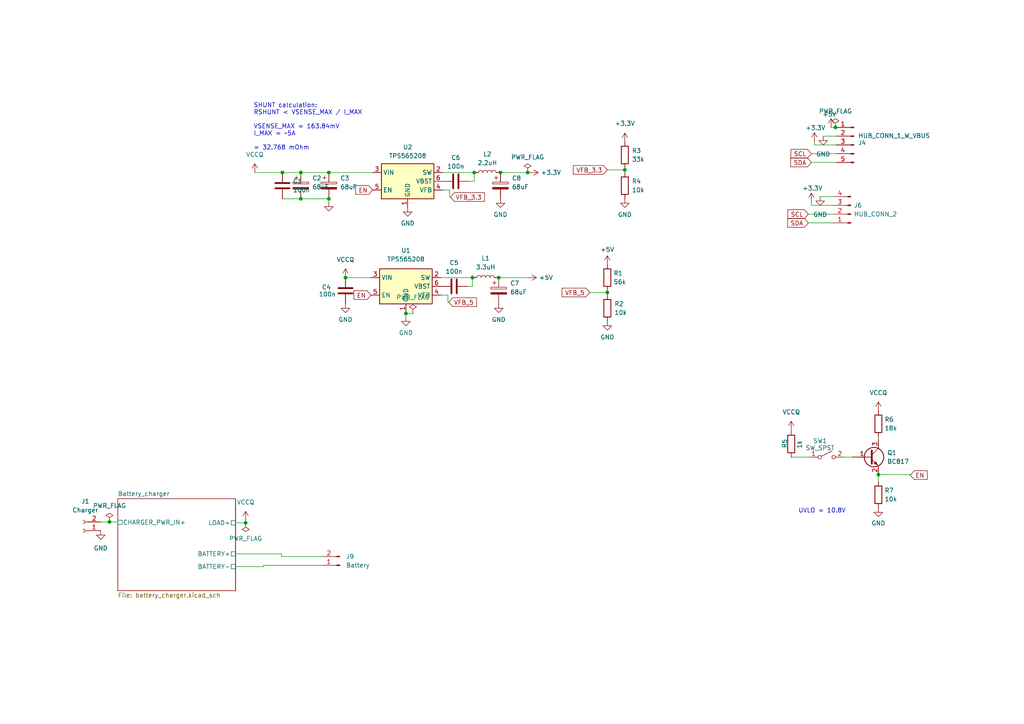
<source format=kicad_sch>
(kicad_sch (version 20230121) (generator eeschema)
  (paper "A4")
  (lib_symbols
    (symbol "Connector:Conn_01x02_Pin" (pin_names (offset 1.016) hide)
      (property "Reference" "J" (at 0 2.54 0))
      (property "Value" "Conn_01x02_Pin" (at 0 -5.08 0))
      (symbol "Conn_01x02_Pin_1_1"
        (polyline (pts (xy 1.27 -2.54) (xy 0.8636 -2.54)) (stroke (width 0.1524)))
        (polyline (pts (xy 1.27 0) (xy 0.8636 0)) (stroke (width 0.1524)))
        (rectangle (start 0.8636 -2.413) (end 0 -2.667) (stroke (width 0.1524)) (fill (type outline)))
        (rectangle (start 0.8636 0.127) (end 0 -0.127) (stroke (width 0.1524)) (fill (type outline)))
        (pin passive line (at 5.08 0 180) (length 3.81) (name "Pin_1") (number "1"))
        (pin passive line (at 5.08 -2.54 180) (length 3.81) (name "Pin_2") (number "2"))
      )
    )
    (symbol "Connector:Conn_01x02_Socket" (pin_names (offset 1.016) hide)
      (property "Reference" "J" (at 0 2.54 0))
      (property "Value" "Conn_01x02_Socket" (at 0 -5.08 0))
      (symbol "Conn_01x02_Socket_1_1"
        (arc (start 0 -2.032) (mid -0.5058 -2.54) (end 0 -3.048) (stroke (width 0.1524)))
        (polyline (pts (xy -1.27 -2.54) (xy -0.508 -2.54)) (stroke (width 0.1524)))
        (polyline (pts (xy -1.27 0) (xy -0.508 0)) (stroke (width 0.1524)))
        (arc (start 0 0.508) (mid -0.5058 0) (end 0 -0.508) (stroke (width 0.1524)))
        (pin passive line (at -5.08 0 0) (length 3.81) (name "Pin_1") (number "1"))
        (pin passive line (at -5.08 -2.54 0) (length 3.81) (name "Pin_2") (number "2"))
      )
    )
    (symbol "Connector:Conn_01x04_Pin" (pin_names (offset 1.016) hide)
      (property "Reference" "J" (at 0 5.08 0))
      (property "Value" "Conn_01x04_Pin" (at 0 -7.62 0))
      (symbol "Conn_01x04_Pin_1_1"
        (polyline (pts (xy 1.27 -5.08) (xy 0.8636 -5.08)) (stroke (width 0.1524)))
        (polyline (pts (xy 1.27 -2.54) (xy 0.8636 -2.54)) (stroke (width 0.1524)))
        (polyline (pts (xy 1.27 0) (xy 0.8636 0)) (stroke (width 0.1524)))
        (polyline (pts (xy 1.27 2.54) (xy 0.8636 2.54)) (stroke (width 0.1524)))
        (rectangle (start 0.8636 -4.953) (end 0 -5.207) (stroke (width 0.1524)) (fill (type outline)))
        (rectangle (start 0.8636 -2.413) (end 0 -2.667) (stroke (width 0.1524)) (fill (type outline)))
        (rectangle (start 0.8636 0.127) (end 0 -0.127) (stroke (width 0.1524)) (fill (type outline)))
        (rectangle (start 0.8636 2.667) (end 0 2.413) (stroke (width 0.1524)) (fill (type outline)))
        (pin passive line (at 5.08 2.54 180) (length 3.81) (name "Pin_1") (number "1"))
        (pin passive line (at 5.08 0 180) (length 3.81) (name "Pin_2") (number "2"))
        (pin passive line (at 5.08 -2.54 180) (length 3.81) (name "Pin_3") (number "3"))
        (pin passive line (at 5.08 -5.08 180) (length 3.81) (name "Pin_4") (number "4"))
      )
    )
    (symbol "Connector:Conn_01x05_Pin" (pin_names (offset 1.016) hide)
      (property "Reference" "J" (at 0 7.62 0))
      (property "Value" "Conn_01x05_Pin" (at 0 -7.62 0))
      (symbol "Conn_01x05_Pin_1_1"
        (polyline (pts (xy 1.27 -5.08) (xy 0.8636 -5.08)) (stroke (width 0.1524)))
        (polyline (pts (xy 1.27 -2.54) (xy 0.8636 -2.54)) (stroke (width 0.1524)))
        (polyline (pts (xy 1.27 0) (xy 0.8636 0)) (stroke (width 0.1524)))
        (polyline (pts (xy 1.27 2.54) (xy 0.8636 2.54)) (stroke (width 0.1524)))
        (polyline (pts (xy 1.27 5.08) (xy 0.8636 5.08)) (stroke (width 0.1524)))
        (rectangle (start 0.8636 -4.953) (end 0 -5.207) (stroke (width 0.1524)) (fill (type outline)))
        (rectangle (start 0.8636 -2.413) (end 0 -2.667) (stroke (width 0.1524)) (fill (type outline)))
        (rectangle (start 0.8636 0.127) (end 0 -0.127) (stroke (width 0.1524)) (fill (type outline)))
        (rectangle (start 0.8636 2.667) (end 0 2.413) (stroke (width 0.1524)) (fill (type outline)))
        (rectangle (start 0.8636 5.207) (end 0 4.953) (stroke (width 0.1524)) (fill (type outline)))
        (pin passive line (at 5.08 5.08 180) (length 3.81) (name "Pin_1") (number "1"))
        (pin passive line (at 5.08 2.54 180) (length 3.81) (name "Pin_2") (number "2"))
        (pin passive line (at 5.08 0 180) (length 3.81) (name "Pin_3") (number "3"))
        (pin passive line (at 5.08 -2.54 180) (length 3.81) (name "Pin_4") (number "4"))
        (pin passive line (at 5.08 -5.08 180) (length 3.81) (name "Pin_5") (number "5"))
      )
    )
    (symbol "Device:C" (pin_numbers hide) (pin_names (offset 0.254))
      (property "Reference" "C" (at 0.635 2.54 0))
      (property "Value" "C" (at 0.635 -2.54 0))
      (symbol "C_0_1"
        (polyline (pts (xy -2.032 -0.762) (xy 2.032 -0.762)) (stroke (width 0.508)))
        (polyline (pts (xy -2.032 0.762) (xy 2.032 0.762)) (stroke (width 0.508)))
      )
      (symbol "C_1_1"
        (pin passive line (at 0 3.81 270) (length 2.794) (name "~") (number "1"))
        (pin passive line (at 0 -3.81 90) (length 2.794) (name "~") (number "2"))
      )
    )
    (symbol "Device:C_Polarized" (pin_numbers hide) (pin_names (offset 0.254))
      (property "Reference" "C" (at 0.635 2.54 0))
      (property "Value" "C_Polarized" (at 0.635 -2.54 0))
      (symbol "C_Polarized_0_1"
        (rectangle (start -2.286 0.508) (end 2.286 1.016))
        (polyline (pts (xy -1.778 2.286) (xy -0.762 2.286)))
        (polyline (pts (xy -1.27 2.794) (xy -1.27 1.778)))
        (rectangle (start 2.286 -0.508) (end -2.286 -1.016) (fill (type outline)))
      )
      (symbol "C_Polarized_1_1"
        (pin passive line (at 0 3.81 270) (length 2.794) (name "~") (number "1"))
        (pin passive line (at 0 -3.81 90) (length 2.794) (name "~") (number "2"))
      )
    )
    (symbol "Device:L" (pin_numbers hide) (pin_names (offset 1.016) hide)
      (property "Reference" "L" (at -1.27 0 90))
      (property "Value" "L" (at 1.905 0 90))
      (symbol "L_0_1"
        (arc (start 0 -2.54) (mid 0.6323 -1.905) (end 0 -1.27))
        (arc (start 0 -1.27) (mid 0.6323 -0.635) (end 0 0))
        (arc (start 0 0) (mid 0.6323 0.635) (end 0 1.27))
        (arc (start 0 1.27) (mid 0.6323 1.905) (end 0 2.54))
      )
      (symbol "L_1_1"
        (pin passive line (at 0 3.81 270) (length 1.27) (name "1") (number "1"))
        (pin passive line (at 0 -3.81 90) (length 1.27) (name "2") (number "2"))
      )
    )
    (symbol "Device:R" (pin_numbers hide) (pin_names (offset 0))
      (property "Reference" "R" (at 2.032 0 90))
      (property "Value" "R" (at 0 0 90))
      (symbol "R_0_1"
        (rectangle (start -1.016 -2.54) (end 1.016 2.54) (stroke (width 0.254)))
      )
      (symbol "R_1_1"
        (pin passive line (at 0 3.81 270) (length 1.27) (name "~") (number "1"))
        (pin passive line (at 0 -3.81 90) (length 1.27) (name "~") (number "2"))
      )
    )
    (symbol "Regulator_Switching:TPS565208"
      (property "Reference" "U" (at -7.62 6.35 0))
      (property "Value" "TPS565208" (at -2.54 6.35 0))
      (symbol "TPS565208_0_1"
        (rectangle (start -7.62 5.08) (end 7.62 -5.08) (stroke (width 0.254)) (fill (type background)))
      )
      (symbol "TPS565208_1_1"
        (pin power_in line (at 0 -7.62 90) (length 2.54) (name "GND") (number "1"))
        (pin output line (at 10.16 2.54 180) (length 2.54) (name "SW") (number "2"))
        (pin power_in line (at -10.16 2.54 0) (length 2.54) (name "VIN") (number "3"))
        (pin input line (at 10.16 -2.54 180) (length 2.54) (name "VFB") (number "4"))
        (pin input line (at -10.16 -2.54 0) (length 2.54) (name "EN") (number "5"))
        (pin passive line (at 10.16 0 180) (length 2.54) (name "VBST") (number "6"))
      )
    )
    (symbol "Switch:SW_SPST" (pin_names (offset 0) hide)
      (property "Reference" "SW" (at 0 3.175 0))
      (property "Value" "SW_SPST" (at 0 -2.54 0))
      (symbol "SW_SPST_0_0"
        (circle (center -2.032 0) (radius 0.508))
        (polyline (pts (xy -1.524 0.254) (xy 1.524 1.778)))
        (circle (center 2.032 0) (radius 0.508))
      )
      (symbol "SW_SPST_1_1"
        (pin passive line (at -5.08 0 0) (length 2.54) (name "A") (number "1"))
        (pin passive line (at 5.08 0 180) (length 2.54) (name "B") (number "2"))
      )
    )
    (symbol "Transistor_BJT:BC817" (pin_names (offset 0) hide)
      (property "Reference" "Q" (at 5.08 1.905 0))
      (property "Value" "BC817" (at 5.08 0 0))
      (symbol "BC817_0_1"
        (polyline (pts (xy 0.635 0.635) (xy 2.54 2.54)))
        (polyline (pts (xy 0.635 -0.635) (xy 2.54 -2.54) (xy 2.54 -2.54)))
        (polyline (pts (xy 0.635 1.905) (xy 0.635 -1.905) (xy 0.635 -1.905)) (stroke (width 0.508)))
        (polyline (pts (xy 1.27 -1.778) (xy 1.778 -1.27) (xy 2.286 -2.286) (xy 1.27 -1.778) (xy 1.27 -1.778)) (fill (type outline)))
        (circle (center 1.27 0) (radius 2.8194) (stroke (width 0.254)))
      )
      (symbol "BC817_1_1"
        (pin input line (at -5.08 0 0) (length 5.715) (name "B") (number "1"))
        (pin passive line (at 2.54 -5.08 90) (length 2.54) (name "E") (number "2"))
        (pin passive line (at 2.54 5.08 270) (length 2.54) (name "C") (number "3"))
      )
    )
    (symbol "power:+3.3V" (power) (pin_names (offset 0))
      (property "Value" "+3.3V" (at 0 3.556 0))
      (symbol "+3.3V_0_1"
        (polyline (pts (xy -0.762 1.27) (xy 0 2.54)))
        (polyline (pts (xy 0 0) (xy 0 2.54)))
        (polyline (pts (xy 0 2.54) (xy 0.762 1.27)))
      )
      (symbol "+3.3V_1_1"
        (pin power_in line (at 0 0 90) (length 0) hide (name "+3.3V") (number "1"))
      )
    )
    (symbol "power:+5V" (power) (pin_names (offset 0))
      (property "Value" "+5V" (at 0 3.556 0))
      (symbol "+5V_0_1"
        (polyline (pts (xy -0.762 1.27) (xy 0 2.54)))
        (polyline (pts (xy 0 0) (xy 0 2.54)))
        (polyline (pts (xy 0 2.54) (xy 0.762 1.27)))
      )
      (symbol "+5V_1_1"
        (pin power_in line (at 0 0 90) (length 0) hide (name "+5V") (number "1"))
      )
    )
    (symbol "power:GND" (power) (pin_names (offset 0))
      (property "Value" "GND" (at 0 -3.81 0))
      (symbol "GND_0_1"
        (polyline (pts (xy 0 0) (xy 0 -1.27) (xy 1.27 -1.27) (xy 0 -2.54) (xy -1.27 -1.27) (xy 0 -1.27)))
      )
      (symbol "GND_1_1"
        (pin power_in line (at 0 0 270) (length 0) hide (name "GND") (number "1"))
      )
    )
    (symbol "power:PWR_FLAG" (power) (pin_numbers hide) (pin_names (offset 0) hide)
      (property "Value" "PWR_FLAG" (at 0 3.81 0))
      (symbol "PWR_FLAG_0_0"
        (pin power_out line (at 0 0 90) (length 0) (name "pwr") (number "1"))
      )
      (symbol "PWR_FLAG_0_1"
        (polyline (pts (xy 0 0) (xy 0 1.27) (xy -1.016 1.905) (xy 0 2.54) (xy 1.016 1.905) (xy 0 1.27)))
      )
    )
    (symbol "power:VCCQ" (power) (pin_names (offset 0))
      (property "Value" "VCCQ" (at 0 3.81 0))
      (symbol "VCCQ_0_1"
        (polyline (pts (xy -0.762 1.27) (xy 0 2.54)))
        (polyline (pts (xy 0 0) (xy 0 2.54)))
        (polyline (pts (xy 0 2.54) (xy 0.762 1.27)))
      )
      (symbol "VCCQ_1_1"
        (pin power_in line (at 0 0 90) (length 0) hide (name "VCCQ") (number "1"))
      )
    )
  )
  (junction (at 87.249 50.038))
  (junction (at 87.249 57.658))
  (junction (at 95.377 50.038))
  (junction (at 181.229 49.276))
  (junction (at 71.247 151.638))
  (junction (at 144.653 80.518))
  (junction (at 137.033 80.518))
  (junction (at 81.915 50.038))
  (junction (at 176.149 84.836))
  (junction (at 137.541 50.038))
  (junction (at 153.035 50.038))
  (junction (at 95.377 57.658))
  (junction (at 145.161 50.038))
  (junction (at 117.729 90.932))
  (junction (at 100.203 80.518))
  (junction (at 31.75 151.384))
  (junction (at 254.762 137.668))
  (junction (at 242.316 36.957))
  (wire (pts (xy 117.729 91.948) (xy 117.729 90.932)))
  (wire (pts (xy 81.661 160.655) (xy 68.326 160.655)))
  (wire (pts (xy 241.681 59.563) (xy 235.331 59.563)))
  (wire (pts (xy 171.069 84.836) (xy 176.149 84.836)))
  (wire (pts (xy 264.033 137.795) (xy 264.033 137.668)))
  (wire (pts (xy 236.22 42.037) (xy 236.22 41.021)))
  (wire (pts (xy 93.472 161.417) (xy 81.661 161.417)))
  (wire (pts (xy 95.377 57.658) (xy 95.377 58.674)))
  (wire (pts (xy 31.75 151.384) (xy 34.163 151.384)))
  (wire (pts (xy 229.489 124.714) (xy 229.489 124.968)))
  (wire (pts (xy 81.661 161.417) (xy 81.661 160.655)))
  (wire (pts (xy 137.033 83.058) (xy 137.033 80.518)))
  (wire (pts (xy 81.915 50.038) (xy 87.249 50.038)))
  (wire (pts (xy 242.57 44.577) (xy 235.331 44.577)))
  (wire (pts (xy 237.871 57.023) (xy 241.681 57.023)))
  (wire (pts (xy 76.454 164.338) (xy 68.326 164.338)))
  (wire (pts (xy 153.035 80.518) (xy 144.653 80.518)))
  (wire (pts (xy 129.921 87.63) (xy 129.921 85.598)))
  (wire (pts (xy 242.316 36.957) (xy 242.57 36.957)))
  (wire (pts (xy 81.915 57.658) (xy 87.249 57.658)))
  (wire (pts (xy 100.203 80.518) (xy 107.569 80.518)))
  (wire (pts (xy 264.033 137.668) (xy 254.762 137.668)))
  (wire (pts (xy 135.509 83.058) (xy 137.033 83.058)))
  (wire (pts (xy 73.914 50.038) (xy 81.915 50.038)))
  (wire (pts (xy 136.017 52.578) (xy 137.541 52.578)))
  (wire (pts (xy 128.397 50.038) (xy 137.541 50.038)))
  (wire (pts (xy 34.163 151.384) (xy 34.163 151.511)))
  (wire (pts (xy 235.331 59.563) (xy 235.331 58.547)))
  (wire (pts (xy 229.489 132.588) (xy 234.696 132.588)))
  (wire (pts (xy 176.149 49.276) (xy 181.229 49.276)))
  (wire (pts (xy 254.762 137.668) (xy 254.762 139.7)))
  (wire (pts (xy 176.149 84.328) (xy 176.149 84.836)))
  (wire (pts (xy 76.454 163.957) (xy 93.472 163.957)))
  (wire (pts (xy 242.57 42.037) (xy 236.22 42.037)))
  (wire (pts (xy 87.249 57.658) (xy 95.377 57.658)))
  (wire (pts (xy 234.442 64.643) (xy 241.681 64.643)))
  (wire (pts (xy 95.377 50.038) (xy 108.077 50.038)))
  (wire (pts (xy 130.429 57.15) (xy 130.429 55.118)))
  (wire (pts (xy 76.454 163.957) (xy 76.454 164.338)))
  (wire (pts (xy 137.541 52.578) (xy 137.541 50.038)))
  (wire (pts (xy 238.76 39.497) (xy 242.57 39.497)))
  (wire (pts (xy 247.142 132.588) (xy 244.856 132.588)))
  (wire (pts (xy 87.249 50.038) (xy 95.377 50.038)))
  (wire (pts (xy 129.921 87.63) (xy 130.175 87.63)))
  (wire (pts (xy 181.229 48.768) (xy 181.229 49.276)))
  (wire (pts (xy 68.326 151.638) (xy 71.247 151.638)))
  (wire (pts (xy 129.921 85.598) (xy 127.889 85.598)))
  (wire (pts (xy 117.729 90.932) (xy 117.729 90.678)))
  (wire (pts (xy 181.229 49.276) (xy 181.229 50.038)))
  (wire (pts (xy 130.429 57.15) (xy 130.683 57.15)))
  (wire (pts (xy 176.149 84.836) (xy 176.149 85.598)))
  (wire (pts (xy 130.429 55.118) (xy 128.397 55.118)))
  (wire (pts (xy 153.035 50.038) (xy 145.161 50.038)))
  (wire (pts (xy 241.046 36.957) (xy 242.316 36.957)))
  (wire (pts (xy 127.889 80.518) (xy 137.033 80.518)))
  (wire (pts (xy 241.681 62.103) (xy 234.442 62.103)))
  (wire (pts (xy 29.21 151.384) (xy 31.75 151.384)))
  (wire (pts (xy 235.331 47.117) (xy 242.57 47.117)))
  (wire (pts (xy 71.247 150.876) (xy 71.247 151.638)))
  (wire (pts (xy 254.762 127.508) (xy 254.762 126.746)))
  (wire (pts (xy 117.729 90.932) (xy 119.761 90.932)))
  (wire (pts (xy 153.543 50.038) (xy 153.035 50.038)))
  (text "UVLO = 10.8V" (at 231.521 148.971 0) (effects (font (size 1.27 1.27)) (justify left bottom)))
  (text "SHUNT calculation:\nRSHUNT < VSENSE_MAX / I_MAX\n\nVSENSE_MAX = 163.84mV\nI_MAX = ~5A\n\n= 32.768 mOhm" (at 73.533 43.688 0) (effects (font (size 1.27 1.27)) (justify left bottom)))
  (global_label "VFB_5" (shape input) (at 130.175 87.63 0) (property "Intersheetrefs" "${INTERSHEET_REFS}" (effects hide)))
  (global_label "SDA" (shape input) (at 235.331 47.117 180) (property "Intersheetrefs" "${INTERSHEET_REFS}" (effects hide)))
  (global_label "SDA" (shape input) (at 234.442 64.643 180) (property "Intersheetrefs" "${INTERSHEET_REFS}" (effects hide)))
  (global_label "EN" (shape input) (at 264.033 137.795 0) (property "Intersheetrefs" "${INTERSHEET_REFS}" (effects hide)))
  (global_label "EN" (shape input) (at 108.077 55.118 180) (property "Intersheetrefs" "${INTERSHEET_REFS}" (effects hide)))
  (global_label "VFB_3.3" (shape input) (at 176.149 49.276 180) (property "Intersheetrefs" "${INTERSHEET_REFS}" (effects hide)))
  (global_label "SCL" (shape input) (at 235.331 44.577 180) (property "Intersheetrefs" "${INTERSHEET_REFS}" (effects hide)))
  (global_label "SCL" (shape input) (at 234.442 62.103 180) (property "Intersheetrefs" "${INTERSHEET_REFS}" (effects hide)))
  (global_label "EN" (shape input) (at 107.569 85.598 180) (property "Intersheetrefs" "${INTERSHEET_REFS}" (effects hide)))
  (global_label "VFB_3.3" (shape input) (at 130.683 57.15 0) (property "Intersheetrefs" "${INTERSHEET_REFS}" (effects hide)))
  (global_label "VFB_5" (shape input) (at 171.069 84.836 180) (property "Intersheetrefs" "${INTERSHEET_REFS}" (effects hide)))
  (symbol (lib_id "power:+3.3V") (at 236.22 41.021 0) (unit 1)
    (property "Reference" "#PWR019" (effects hide))
    (property "Value" "+3.3V" (at 233.553 37.084 0) (effects (justify left)))
  )
  (symbol (lib_id "power:GND") (at 238.76 39.497 0) (unit 1)
    (property "Reference" "#PWR023" (effects hide))
    (property "Value" "GND" (at 238.76 44.704 0))
  )
  (symbol (lib_id "Device:R") (at 176.149 89.408 0) (unit 1)
    (property "Reference" "R2" (at 178.181 88.138 0) (effects (justify left)))
    (property "Value" "10k" (at 178.181 90.678 0) (effects (justify left)))
    (property "Footprint" "Resistor_SMD:R_0603_1608Metric_Pad0.98x0.95mm_HandSolder" (effects hide))
  )
  (symbol (lib_id "power:GND") (at 100.203 88.138 0) (unit 1)
    (property "Reference" "#PWR07" (effects hide))
    (property "Value" "GND" (at 100.203 92.71 0))
  )
  (symbol (lib_id "power:+3.3V") (at 153.543 50.038 270) (unit 1)
    (property "Reference" "#PWR013" (effects hide))
    (property "Value" "+3.3V" (at 156.845 50.038 90) (effects (justify left)))
  )
  (symbol (lib_id "power:GND") (at 145.161 57.658 0) (unit 1)
    (property "Reference" "#PWR011" (effects hide))
    (property "Value" "GND" (at 145.161 62.23 0))
  )
  (symbol (lib_id "power:+3.3V") (at 181.229 41.148 0) (unit 1)
    (property "Reference" "#PWR016" (effects hide))
    (property "Value" "+3.3V" (at 181.229 35.814 0))
  )
  (symbol (lib_id "Device:L") (at 141.351 50.038 90) (unit 1)
    (property "Reference" "L2" (at 141.351 44.704 90))
    (property "Value" "2.2uH" (at 141.351 47.244 90))
    (property "Footprint" "Inductor_SMD:L_Abracon_ASPI-0630LR" (effects hide))
  )
  (symbol (lib_id "power:VCCQ") (at 100.203 80.518 0) (unit 1)
    (property "Reference" "#PWR06" (effects hide))
    (property "Value" "VCCQ" (at 100.203 75.311 0))
  )
  (symbol (lib_id "Connector:Conn_01x02_Pin") (at 98.552 163.957 180) (unit 1)
    (property "Reference" "J9" (at 100.33 161.417 0) (effects (justify right)))
    (property "Value" "Battery" (at 100.33 163.957 0) (effects (justify right)))
    (property "Footprint" "PowerHub_libs:1814773" (effects hide))
  )
  (symbol (lib_id "Device:R") (at 254.762 143.51 0) (unit 1)
    (property "Reference" "R7" (at 256.54 142.24 0) (effects (justify left)))
    (property "Value" "10k" (at 256.54 144.78 0) (effects (justify left)))
    (property "Footprint" "Resistor_SMD:R_0603_1608Metric_Pad0.98x0.95mm_HandSolder" (effects hide))
  )
  (symbol (lib_id "Connector:Conn_01x02_Socket") (at 24.13 153.924 180) (unit 1)
    (property "Reference" "J1" (at 24.765 145.415 0))
    (property "Value" "Charger" (at 24.765 147.955 0))
    (property "Footprint" "PowerHub_libs:1814773" (effects hide))
  )
  (symbol (lib_id "Device:C_Polarized") (at 95.377 53.848 0) (unit 1)
    (property "Reference" "C3" (at 98.679 51.689 0) (effects (justify left)))
    (property "Value" "68uF" (at 98.679 54.229 0) (effects (justify left)))
    (property "Footprint" "Capacitor_SMD:C_Elec_6.3x7.7" (effects hide))
  )
  (symbol (lib_id "power:GND") (at 237.871 57.023 0) (unit 1)
    (property "Reference" "#PWR025" (effects hide))
    (property "Value" "GND" (at 237.871 62.23 0))
  )
  (symbol (lib_id "power:GND") (at 95.377 58.674 0) (unit 1)
    (property "Reference" "#PWR05" (effects hide))
    (property "Value" "GND" (effects hide))
  )
  (symbol (lib_id "power:GND") (at 144.653 88.138 0) (unit 1)
    (property "Reference" "#PWR010" (effects hide))
    (property "Value" "GND" (at 144.653 92.71 0))
  )
  (symbol (lib_id "Device:R") (at 176.149 80.518 0) (unit 1)
    (property "Reference" "R1" (at 177.927 79.248 0) (effects (justify left)))
    (property "Value" "56k" (at 177.927 81.788 0) (effects (justify left)))
    (property "Footprint" "Resistor_SMD:R_0603_1608Metric_Pad0.98x0.95mm_HandSolder" (effects hide))
  )
  (symbol (lib_id "power:VCCQ") (at 73.914 50.038 0) (unit 1)
    (property "Reference" "#PWR04" (effects hide))
    (property "Value" "VCCQ" (at 73.914 44.831 0))
  )
  (symbol (lib_id "Switch:SW_SPST") (at 239.776 132.588 0) (unit 1)
    (property "Reference" "SW1" (at 237.871 127.889 0))
    (property "Value" "SW_SPST" (at 237.871 129.921 0))
    (property "Footprint" "Connector_PinHeader_2.54mm:PinHeader_1x02_P2.54mm_Vertical" (effects hide))
  )
  (symbol (lib_id "power:GND") (at 117.729 91.948 0) (unit 1)
    (property "Reference" "#PWR08" (effects hide))
    (property "Value" "GND" (at 117.729 96.52 0))
  )
  (symbol (lib_id "Device:R") (at 229.489 128.778 180) (unit 1)
    (property "Reference" "R5" (at 227.584 128.651 90))
    (property "Value" "1k" (at 231.902 128.905 90))
    (property "Footprint" "Resistor_SMD:R_0603_1608Metric_Pad0.98x0.95mm_HandSolder" (effects hide))
  )
  (symbol (lib_id "power:GND") (at 118.237 60.198 0) (unit 1)
    (property "Reference" "#PWR09" (effects hide))
    (property "Value" "GND" (at 118.237 64.77 0))
  )
  (symbol (lib_id "power:PWR_FLAG") (at 31.75 151.384 0) (unit 1)
    (property "Reference" "#FLG03" (effects hide))
    (property "Value" "PWR_FLAG" (at 31.75 146.685 0))
  )
  (symbol (lib_id "power:GND") (at 29.21 153.924 0) (unit 1)
    (property "Reference" "#PWR01" (effects hide))
    (property "Value" "GND" (at 29.21 159.004 0))
  )
  (symbol (lib_id "Device:R") (at 181.229 53.848 0) (unit 1)
    (property "Reference" "R4" (at 183.261 52.578 0) (effects (justify left)))
    (property "Value" "10k" (at 183.261 55.118 0) (effects (justify left)))
    (property "Footprint" "Resistor_SMD:R_0603_1608Metric_Pad0.98x0.95mm_HandSolder" (effects hide))
  )
  (symbol (lib_id "power:VCCQ") (at 254.762 119.126 0) (unit 1)
    (property "Reference" "#PWR018" (effects hide))
    (property "Value" "VCCQ" (at 254.762 113.919 0))
  )
  (symbol (lib_id "Transistor_BJT:BC817") (at 252.222 132.588 0) (unit 1)
    (property "Reference" "Q1" (at 257.302 131.318 0) (effects (justify left)))
    (property "Value" "BC817" (at 257.302 133.858 0) (effects (justify left)))
    (property "Footprint" "Package_TO_SOT_SMD:SOT-23" (effects hide))
    (property "Datasheet" "https://www.onsemi.com/pub/Collateral/BC818-D.pdf" (effects hide))
  )
  (symbol (lib_id "power:+5V") (at 176.149 76.708 0) (unit 1)
    (property "Reference" "#PWR014" (effects hide))
    (property "Value" "+5V" (at 176.149 72.39 0))
  )
  (symbol (lib_id "Device:C_Polarized") (at 145.161 53.848 0) (unit 1)
    (property "Reference" "C8" (at 148.463 51.689 0) (effects (justify left)))
    (property "Value" "68uF" (at 148.463 54.229 0) (effects (justify left)))
    (property "Footprint" "Capacitor_SMD:C_Elec_6.3x7.7" (effects hide))
  )
  (symbol (lib_id "Device:R") (at 181.229 44.958 0) (unit 1)
    (property "Reference" "R3" (at 183.261 43.688 0) (effects (justify left)))
    (property "Value" "33k" (at 183.261 46.228 0) (effects (justify left)))
    (property "Footprint" "Resistor_SMD:R_0603_1608Metric_Pad0.98x0.95mm_HandSolder" (effects hide))
  )
  (symbol (lib_id "Device:C") (at 100.203 84.328 180) (unit 1)
    (property "Reference" "C4" (at 93.345 83.312 0) (effects (justify right)))
    (property "Value" "100n" (at 92.456 85.344 0) (effects (justify right)))
    (property "Footprint" "Capacitor_SMD:C_0603_1608Metric_Pad1.08x0.95mm_HandSolder" (effects hide))
  )
  (symbol (lib_id "power:PWR_FLAG") (at 71.247 151.638 180) (unit 1)
    (property "Reference" "#FLG02" (effects hide))
    (property "Value" "PWR_FLAG" (at 71.247 156.21 0))
  )
  (symbol (lib_id "Device:R") (at 254.762 122.936 0) (unit 1)
    (property "Reference" "R6" (at 256.54 121.666 0) (effects (justify left)))
    (property "Value" "18k" (at 256.54 124.206 0) (effects (justify left)))
    (property "Footprint" "Resistor_SMD:R_0603_1608Metric_Pad0.98x0.95mm_HandSolder" (effects hide))
  )
  (symbol (lib_id "Regulator_Switching:TPS565208") (at 117.729 83.058 0) (unit 1)
    (property "Reference" "U1" (at 117.729 72.644 0))
    (property "Value" "TPS565208" (at 117.729 75.184 0))
    (property "Footprint" "Package_TO_SOT_SMD:SOT-23-6" (effects hide))
    (property "Datasheet" "http://www.ti.com/lit/ds/symlink/tps565208.pdf" (effects hide))
  )
  (symbol (lib_id "power:PWR_FLAG") (at 119.761 90.932 0) (unit 1)
    (property "Reference" "#FLG07" (effects hide))
    (property "Value" "PWR_FLAG" (at 119.761 86.233 0))
  )
  (symbol (lib_id "power:PWR_FLAG") (at 153.035 50.038 0) (unit 1)
    (property "Reference" "#FLG01" (effects hide))
    (property "Value" "PWR_FLAG" (at 153.035 45.593 0))
  )
  (symbol (lib_id "power:VCCQ") (at 71.247 150.876 0) (unit 1)
    (property "Reference" "#PWR02" (effects hide))
    (property "Value" "VCCQ" (at 71.247 145.669 0))
  )
  (symbol (lib_id "Connector:Conn_01x05_Pin") (at 247.65 42.037 0) (mirror y) (unit 1)
    (property "Reference" "J4" (at 250.063 41.402 0))
    (property "Value" "HUB_CONN_1_W_VBUS" (at 259.334 39.37 0))
    (property "Footprint" "PowerHub_libs:1814809" (effects hide))
  )
  (symbol (lib_id "power:GND") (at 181.229 57.658 0) (unit 1)
    (property "Reference" "#PWR017" (effects hide))
    (property "Value" "GND" (at 181.229 62.23 0))
  )
  (symbol (lib_id "power:+3.3V") (at 235.331 58.547 0) (unit 1)
    (property "Reference" "#PWR021" (effects hide))
    (property "Value" "+3.3V" (at 232.664 54.61 0) (effects (justify left)))
  )
  (symbol (lib_id "power:VCCQ") (at 229.489 124.714 0) (unit 1)
    (property "Reference" "#PWR03" (effects hide))
    (property "Value" "VCCQ" (at 229.489 119.507 0))
  )
  (symbol (lib_id "Device:C_Polarized") (at 144.653 84.328 0) (unit 1)
    (property "Reference" "C7" (at 147.955 82.169 0) (effects (justify left)))
    (property "Value" "68uF" (at 147.955 84.709 0) (effects (justify left)))
    (property "Footprint" "Capacitor_SMD:C_Elec_6.3x7.7" (effects hide))
  )
  (symbol (lib_id "power:+5V") (at 241.046 36.957 0) (unit 1)
    (property "Reference" "#PWR027" (effects hide))
    (property "Value" "+5V" (at 238.506 33.147 0) (effects (justify left)))
  )
  (symbol (lib_id "power:GND") (at 254.762 147.32 0) (unit 1)
    (property "Reference" "#PWR030" (effects hide))
    (property "Value" "GND" (at 254.762 151.765 0))
  )
  (symbol (lib_id "power:+5V") (at 153.035 80.518 270) (unit 1)
    (property "Reference" "#PWR012" (effects hide))
    (property "Value" "+5V" (at 156.337 80.518 90) (effects (justify left)))
  )
  (symbol (lib_id "Device:C") (at 131.699 83.058 90) (unit 1)
    (property "Reference" "C5" (at 131.699 76.2 90))
    (property "Value" "100n" (at 131.699 78.74 90))
    (property "Footprint" "Capacitor_SMD:C_0603_1608Metric_Pad1.08x0.95mm_HandSolder" (effects hide))
  )
  (symbol (lib_id "Device:C_Polarized") (at 87.249 53.848 0) (unit 1)
    (property "Reference" "C2" (at 90.551 51.689 0) (effects (justify left)))
    (property "Value" "68uF" (at 90.551 54.229 0) (effects (justify left)))
    (property "Footprint" "Capacitor_SMD:C_Elec_6.3x7.7" (effects hide))
  )
  (symbol (lib_id "Device:C") (at 132.207 52.578 90) (unit 1)
    (property "Reference" "C6" (at 132.207 45.72 90))
    (property "Value" "100n" (at 132.207 48.26 90))
    (property "Footprint" "Capacitor_SMD:C_0603_1608Metric_Pad1.08x0.95mm_HandSolder" (effects hide))
  )
  (symbol (lib_id "Device:L") (at 140.843 80.518 90) (unit 1)
    (property "Reference" "L1" (at 140.843 74.93 90))
    (property "Value" "3.3uH" (at 140.843 77.47 90))
    (property "Footprint" "Inductor_SMD:L_Abracon_ASPI-0630LR" (effects hide))
  )
  (symbol (lib_id "power:GND") (at 176.149 93.218 0) (unit 1)
    (property "Reference" "#PWR015" (effects hide))
    (property "Value" "GND" (at 176.149 97.79 0))
  )
  (symbol (lib_id "power:PWR_FLAG") (at 242.316 36.957 0) (unit 1)
    (property "Reference" "#FLG04" (effects hide))
    (property "Value" "PWR_FLAG" (at 242.316 32.258 0))
  )
  (symbol (lib_id "Regulator_Switching:TPS565208") (at 118.237 52.578 0) (unit 1)
    (property "Reference" "U2" (at 118.237 42.672 0))
    (property "Value" "TPS565208" (at 118.237 45.212 0))
    (property "Footprint" "Package_TO_SOT_SMD:SOT-23-6" (effects hide))
    (property "Datasheet" "http://www.ti.com/lit/ds/symlink/tps565208.pdf" (effects hide))
  )
  (symbol (lib_id "Connector:Conn_01x04_Pin") (at 246.761 62.103 180) (unit 1)
    (property "Reference" "J6" (at 247.65 59.563 0) (effects (justify right)))
    (property "Value" "HUB_CONN_2" (at 247.65 62.103 0) (effects (justify right)))
    (property "Footprint" "PowerHub_libs:SHDRRA4W60P0X250_1X4_1170X750X510P" (effects hide))
  )
  (symbol (lib_id "Device:C") (at 81.915 53.848 180) (unit 1)
    (property "Reference" "C1" (at 84.963 52.578 0) (effects (justify right)))
    (property "Value" "100n" (at 84.963 55.118 0) (effects (justify right)))
    (property "Footprint" "Capacitor_SMD:C_0603_1608Metric_Pad1.08x0.95mm_HandSolder" (effects hide))
  )
  (sheet (at 34.163 144.653) (size 34.163 26.67) (stroke (width 0.1524))
    (property "Sheetname" "Battery_charger" (at 34.163 143.9414 0) (effects (justify left bottom)))
    (property "Sheetfile" "battery_charger.kicad_sch" (at 34.163 171.9076 0) (effects (justify left top)))
    (pin "CHARGER_PWR_IN+" passive (at 34.163 151.511 180))
    (pin "LOAD+" passive (at 68.326 151.638 0))
    (pin "BATTERY+" passive (at 68.326 160.655 0))
    (pin "BATTERY-" passive (at 68.326 164.338 0))
  )
)
</source>
